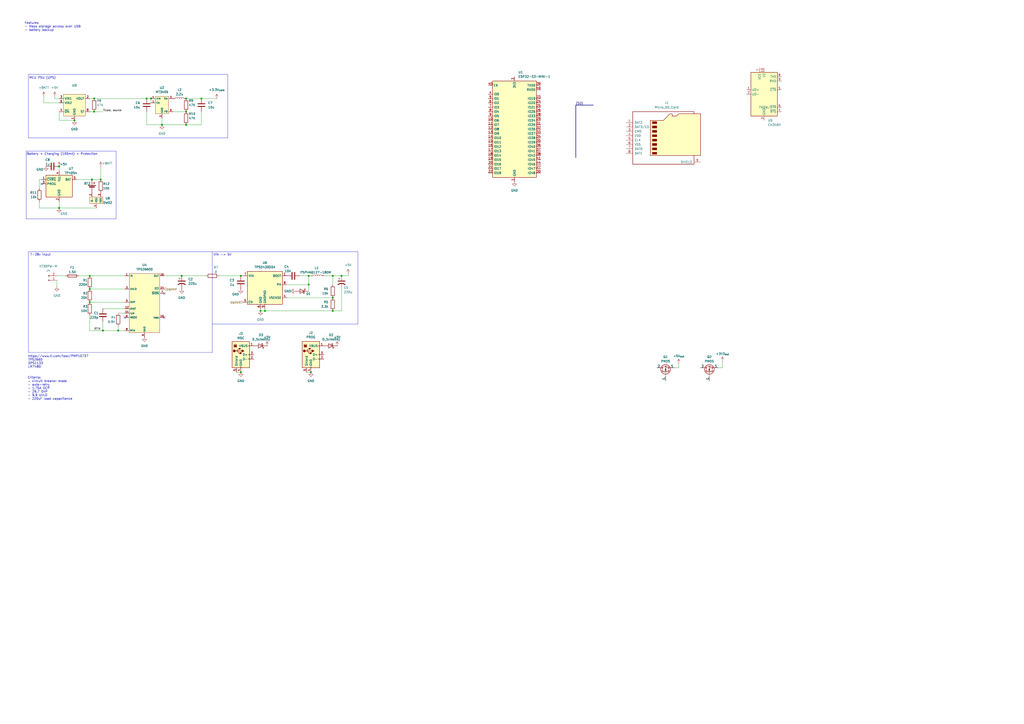
<source format=kicad_sch>
(kicad_sch (version 20231120) (generator "eeschema") (generator_version "8.0")
  (paper "A2")
  (lib_symbols
    (symbol "Battery_Management:LTC4054ES5-4.2"
      (property "Reference" "U7" (at 6.858 8.89 0))
      (property "Value" "TP4054" (at 6.858 6.35 0))
      (symbol "LTC4054ES5-4.2_0_1"
        (rectangle (start -7.62 5.08) (end 7.62 -7.62) (stroke (width 0.254)) (fill (type background)))
      )
      (symbol "LTC4054ES5-4.2_1_1"
        (pin open_collector line (at -10.16 2.54 0) (length 2.54) (name "~{CHRG}") (number "1"))
        (pin power_in line (at 0 -10.16 90) (length 2.54) (name "GND") (number "2"))
        (pin power_out line (at 10.16 2.54 180) (length 2.54) (name "BAT") (number "3"))
        (pin power_in line (at 0 7.62 270) (length 2.54) (name "V_{CC}") (number "4"))
        (pin bidirectional line (at -10.16 0 0) (length 2.54) (name "PROG") (number "5"))
      )
    )
    (symbol "Connector:Conn_01x02_Pin" (pin_names (offset 1.016) hide)
      (property "Reference" "J" (at 0 2.54 0))
      (property "Value" "Conn_01x02_Pin" (at 0 -5.08 0))
      (symbol "Conn_01x02_Pin_1_1"
        (polyline (pts (xy 1.27 -2.54) (xy 0.8636 -2.54)) (stroke (width 0.1524)))
        (polyline (pts (xy 1.27 0) (xy 0.8636 0)) (stroke (width 0.1524)))
        (rectangle (start 0.8636 -2.413) (end 0 -2.667) (stroke (width 0.1524)) (fill (type outline)))
        (rectangle (start 0.8636 0.127) (end 0 -0.127) (stroke (width 0.1524)) (fill (type outline)))
        (pin passive line (at 5.08 0 180) (length 3.81) (name "Pin_1") (number "1"))
        (pin passive line (at 5.08 -2.54 180) (length 3.81) (name "Pin_2") (number "2"))
      )
    )
    (symbol "Connector:Micro_SD_Card" (pin_names (offset 1.016))
      (property "Reference" "J" (at -16.51 15.24 0))
      (property "Value" "Micro_SD_Card" (at 16.51 15.24 0))
      (symbol "Micro_SD_Card_0_1"
        (rectangle (start -7.62 -9.525) (end -5.08 -10.795) (fill (type outline)))
        (rectangle (start -7.62 -6.985) (end -5.08 -8.255) (fill (type outline)))
        (rectangle (start -7.62 -4.445) (end -5.08 -5.715) (fill (type outline)))
        (rectangle (start -7.62 -1.905) (end -5.08 -3.175) (fill (type outline)))
        (rectangle (start -7.62 0.635) (end -5.08 -0.635) (fill (type outline)))
        (rectangle (start -7.62 3.175) (end -5.08 1.905) (fill (type outline)))
        (rectangle (start -7.62 5.715) (end -5.08 4.445) (fill (type outline)))
        (rectangle (start -7.62 8.255) (end -5.08 6.985) (fill (type outline)))
        (polyline (pts (xy 16.51 12.7) (xy 16.51 13.97) (xy -19.05 13.97) (xy -19.05 -16.51) (xy 16.51 -16.51) (xy 16.51 -11.43)) (stroke (width 0.254)))
        (polyline (pts (xy -8.89 -11.43) (xy -8.89 8.89) (xy -1.27 8.89) (xy 2.54 12.7) (xy 3.81 12.7) (xy 3.81 11.43) (xy 6.35 11.43) (xy 7.62 12.7) (xy 20.32 12.7) (xy 20.32 -11.43) (xy -8.89 -11.43)) (stroke (width 0.254)) (fill (type background)))
      )
      (symbol "Micro_SD_Card_1_1"
        (pin bidirectional line (at -22.86 7.62 0) (length 3.81) (name "DAT2") (number "1"))
        (pin bidirectional line (at -22.86 5.08 0) (length 3.81) (name "DAT3/CD") (number "2"))
        (pin input line (at -22.86 2.54 0) (length 3.81) (name "CMD") (number "3"))
        (pin power_in line (at -22.86 0 0) (length 3.81) (name "VDD") (number "4"))
        (pin input line (at -22.86 -2.54 0) (length 3.81) (name "CLK") (number "5"))
        (pin power_in line (at -22.86 -5.08 0) (length 3.81) (name "VSS") (number "6"))
        (pin bidirectional line (at -22.86 -7.62 0) (length 3.81) (name "DAT0") (number "7"))
        (pin bidirectional line (at -22.86 -10.16 0) (length 3.81) (name "DAT1") (number "8"))
        (pin passive line (at 20.32 -15.24 180) (length 3.81) (name "SHIELD") (number "9"))
      )
    )
    (symbol "Connector:USB_B" (pin_names (offset 1.016))
      (property "Reference" "J" (at -5.08 11.43 0))
      (property "Value" "USB_B" (at -5.08 8.89 0))
      (symbol "USB_B_0_1"
        (rectangle (start -5.08 -7.62) (end 5.08 7.62) (stroke (width 0.254)) (fill (type background)))
        (circle (center -3.81 2.159) (radius 0.635) (stroke (width 0.254)) (fill (type outline)))
        (rectangle (start -3.81 5.588) (end -2.54 4.572) (fill (type outline)))
        (circle (center -0.635 3.429) (radius 0.381) (stroke (width 0.254)) (fill (type outline)))
        (rectangle (start -0.127 -7.62) (end 0.127 -6.858))
        (polyline (pts (xy -1.905 2.159) (xy 0.635 2.159)) (stroke (width 0.254)))
        (polyline (pts (xy -3.175 2.159) (xy -2.54 2.159) (xy -1.27 3.429) (xy -0.635 3.429)) (stroke (width 0.254)))
        (polyline (pts (xy -2.54 2.159) (xy -1.905 2.159) (xy -1.27 0.889) (xy 0 0.889)) (stroke (width 0.254)))
        (polyline (pts (xy 0.635 2.794) (xy 0.635 1.524) (xy 1.905 2.159) (xy 0.635 2.794)) (stroke (width 0.254)) (fill (type outline)))
        (polyline (pts (xy -4.064 4.318) (xy -2.286 4.318) (xy -2.286 5.715) (xy -2.667 6.096) (xy -3.683 6.096) (xy -4.064 5.715) (xy -4.064 4.318)))
        (rectangle (start 0.254 1.27) (end -0.508 0.508) (stroke (width 0.254)) (fill (type outline)))
        (rectangle (start 5.08 -2.667) (end 4.318 -2.413))
        (rectangle (start 5.08 -0.127) (end 4.318 0.127))
        (rectangle (start 5.08 4.953) (end 4.318 5.207))
      )
      (symbol "USB_B_1_1"
        (pin power_out line (at 7.62 5.08 180) (length 2.54) (name "VBUS") (number "1"))
        (pin bidirectional line (at 7.62 -2.54 180) (length 2.54) (name "D-") (number "2"))
        (pin bidirectional line (at 7.62 0 180) (length 2.54) (name "D+") (number "3"))
        (pin power_out line (at 0 -10.16 90) (length 2.54) (name "GND") (number "4"))
        (pin passive line (at -2.54 -10.16 90) (length 2.54) (name "Shield") (number "5"))
      )
    )
    (symbol "Device:Battery_Cell" (pin_numbers hide) (pin_names (offset 0) hide)
      (property "Reference" "BT" (at 2.54 2.54 0))
      (property "Value" "Battery_Cell" (at 2.54 0 0))
      (symbol "Battery_Cell_0_1"
        (rectangle (start -2.286 1.778) (end 2.286 1.524) (fill (type outline)))
        (rectangle (start -1.524 1.016) (end 1.524 0.508) (fill (type outline)))
        (polyline (pts (xy 0 0.762) (xy 0 0)))
        (polyline (pts (xy 0 1.778) (xy 0 2.54)))
        (polyline (pts (xy 0.762 3.048) (xy 1.778 3.048)) (stroke (width 0.254)))
        (polyline (pts (xy 1.27 3.556) (xy 1.27 2.54)) (stroke (width 0.254)))
      )
      (symbol "Battery_Cell_1_1"
        (pin passive line (at 0 5.08 270) (length 2.54) (name "+") (number "1"))
        (pin passive line (at 0 -2.54 90) (length 2.54) (name "-") (number "2"))
      )
    )
    (symbol "Device:C" (pin_numbers hide) (pin_names (offset 0.254))
      (property "Reference" "C" (at 0.635 2.54 0))
      (property "Value" "C" (at 0.635 -2.54 0))
      (symbol "C_0_1"
        (polyline (pts (xy -2.032 -0.762) (xy 2.032 -0.762)) (stroke (width 0.508)))
        (polyline (pts (xy -2.032 0.762) (xy 2.032 0.762)) (stroke (width 0.508)))
      )
      (symbol "C_1_1"
        (pin passive line (at 0 3.81 270) (length 2.794) (name "~") (number "1"))
        (pin passive line (at 0 -3.81 90) (length 2.794) (name "~") (number "2"))
      )
    )
    (symbol "Device:C_Polarized_US" (pin_numbers hide) (pin_names (offset 0.254) hide)
      (property "Reference" "C" (at 0.635 2.54 0))
      (property "Value" "C_Polarized_US" (at 0.635 -2.54 0))
      (symbol "C_Polarized_US_0_1"
        (polyline (pts (xy -2.032 0.762) (xy 2.032 0.762)) (stroke (width 0.508)))
        (polyline (pts (xy -1.778 2.286) (xy -0.762 2.286)))
        (polyline (pts (xy -1.27 1.778) (xy -1.27 2.794)))
        (arc (start 2.032 -1.27) (mid 0 -0.5572) (end -2.032 -1.27) (stroke (width 0.508)))
      )
      (symbol "C_Polarized_US_1_1"
        (pin passive line (at 0 3.81 270) (length 2.794) (name "~") (number "1"))
        (pin passive line (at 0 -3.81 90) (length 3.302) (name "~") (number "2"))
      )
    )
    (symbol "Device:D_Schottky" (pin_numbers hide) (pin_names (offset 1.016) hide)
      (property "Reference" "D" (at 0 2.54 0))
      (property "Value" "D_Schottky" (at 0 -2.54 0))
      (symbol "D_Schottky_0_1"
        (polyline (pts (xy 1.27 0) (xy -1.27 0)))
        (polyline (pts (xy 1.27 1.27) (xy 1.27 -1.27) (xy -1.27 0) (xy 1.27 1.27)) (stroke (width 0.254)))
        (polyline (pts (xy -1.905 0.635) (xy -1.905 1.27) (xy -1.27 1.27) (xy -1.27 -1.27) (xy -0.635 -1.27) (xy -0.635 -0.635)) (stroke (width 0.254)))
      )
      (symbol "D_Schottky_1_1"
        (pin passive line (at -3.81 0 0) (length 2.54) (name "K") (number "1"))
        (pin passive line (at 3.81 0 180) (length 2.54) (name "A") (number "2"))
      )
    )
    (symbol "Device:Fuse" (pin_numbers hide) (pin_names (offset 0))
      (property "Reference" "F" (at 2.032 0 90))
      (property "Value" "Fuse" (at -1.905 0 90))
      (symbol "Fuse_0_1"
        (rectangle (start -0.762 -2.54) (end 0.762 2.54) (stroke (width 0.254)))
        (polyline (pts (xy 0 2.54) (xy 0 -2.54)))
      )
      (symbol "Fuse_1_1"
        (pin passive line (at 0 3.81 270) (length 1.27) (name "~") (number "1"))
        (pin passive line (at 0 -3.81 90) (length 1.27) (name "~") (number "2"))
      )
    )
    (symbol "Device:L" (pin_numbers hide) (pin_names (offset 1.016) hide)
      (property "Reference" "L" (at -1.27 0 90))
      (property "Value" "L" (at 1.905 0 90))
      (symbol "L_0_1"
        (arc (start 0 -2.54) (mid 0.6323 -1.905) (end 0 -1.27))
        (arc (start 0 -1.27) (mid 0.6323 -0.635) (end 0 0))
        (arc (start 0 0) (mid 0.6323 0.635) (end 0 1.27))
        (arc (start 0 1.27) (mid 0.6323 1.905) (end 0 2.54))
      )
      (symbol "L_1_1"
        (pin passive line (at 0 3.81 270) (length 1.27) (name "1") (number "1"))
        (pin passive line (at 0 -3.81 90) (length 1.27) (name "2") (number "2"))
      )
    )
    (symbol "Device:R" (pin_numbers hide) (pin_names (offset 0))
      (property "Reference" "R" (at 2.032 0 90))
      (property "Value" "R" (at 0 0 90))
      (symbol "R_0_1"
        (rectangle (start -1.016 -2.54) (end 1.016 2.54) (stroke (width 0.254)))
      )
      (symbol "R_1_1"
        (pin passive line (at 0 3.81 270) (length 1.27) (name "~") (number "1"))
        (pin passive line (at 0 -3.81 90) (length 1.27) (name "~") (number "2"))
      )
    )
    (symbol "Interface_USB:CH340X"
      (property "Reference" "U" (at -5.08 13.97 0))
      (property "Value" "CH340X" (at 1.27 13.97 0))
      (symbol "CH340X_0_1"
        (rectangle (start -7.62 12.7) (end 7.62 -12.7) (stroke (width 0.254)) (fill (type background)))
      )
      (symbol "CH340X_1_1"
        (pin bidirectional line (at -10.16 2.54 0) (length 2.54) (name "UD+") (number "1"))
        (pin power_out line (at 0 15.24 270) (length 2.54) (name "V3") (number "10"))
        (pin bidirectional line (at -10.16 0 0) (length 2.54) (name "UD-") (number "2"))
        (pin power_in line (at 0 -15.24 90) (length 2.54) (name "GND") (number "3"))
        (pin output line (at 10.16 -10.16 180) (length 2.54) (name "~{RTS}") (number "4"))
        (pin input line (at 10.16 2.54 180) (length 2.54) (name "~{CTS}") (number "5"))
        (pin output line (at 10.16 -7.62 180) (length 2.54) (name "TNOW/~{DTR}") (number "6"))
        (pin power_in line (at -2.54 15.24 270) (length 2.54) (name "VCC") (number "7"))
        (pin output line (at 10.16 10.16 180) (length 2.54) (name "TXD") (number "8"))
        (pin input line (at 10.16 7.62 180) (length 2.54) (name "RXD") (number "9"))
      )
    )
    (symbol "RF_Module:ESP32-S3-MINI-1"
      (property "Reference" "U" (at -11.43 29.21 0))
      (property "Value" "ESP32-S3-MINI-1" (at 12.7 29.21 0))
      (symbol "ESP32-S3-MINI-1_0_1"
        (rectangle (start -12.7 27.94) (end 12.7 -27.94) (stroke (width 0.254)) (fill (type background)))
      )
      (symbol "ESP32-S3-MINI-1_1_1"
        (pin power_in line (at 0 -30.48 90) (length 2.54) (name "GND") (number "1"))
        (pin bidirectional line (at -15.24 5.08 0) (length 2.54) (name "IO6") (number "10"))
        (pin bidirectional line (at -15.24 2.54 0) (length 2.54) (name "IO7") (number "11"))
        (pin bidirectional line (at -15.24 0 0) (length 2.54) (name "IO8") (number "12"))
        (pin bidirectional line (at -15.24 -2.54 0) (length 2.54) (name "IO9") (number "13"))
        (pin bidirectional line (at -15.24 -5.08 0) (length 2.54) (name "IO10") (number "14"))
        (pin bidirectional line (at -15.24 -7.62 0) (length 2.54) (name "IO11") (number "15"))
        (pin bidirectional line (at -15.24 -10.16 0) (length 2.54) (name "IO12") (number "16"))
        (pin bidirectional line (at -15.24 -12.7 0) (length 2.54) (name "IO13") (number "17"))
        (pin bidirectional line (at -15.24 -15.24 0) (length 2.54) (name "IO14") (number "18"))
        (pin bidirectional line (at -15.24 -17.78 0) (length 2.54) (name "IO15") (number "19"))
        (pin passive line (at 0 -30.48 90) (length 2.54) hide (name "GND") (number "2"))
        (pin bidirectional line (at -15.24 -20.32 0) (length 2.54) (name "IO16") (number "20"))
        (pin bidirectional line (at -15.24 -22.86 0) (length 2.54) (name "IO17") (number "21"))
        (pin bidirectional line (at -15.24 -25.4 0) (length 2.54) (name "IO18") (number "22"))
        (pin bidirectional line (at 15.24 17.78 180) (length 2.54) (name "IO19") (number "23"))
        (pin bidirectional line (at 15.24 15.24 180) (length 2.54) (name "IO20") (number "24"))
        (pin bidirectional line (at 15.24 12.7 180) (length 2.54) (name "IO21") (number "25"))
        (pin bidirectional line (at 15.24 10.16 180) (length 2.54) (name "IO26") (number "26"))
        (pin bidirectional line (at 15.24 -22.86 180) (length 2.54) (name "IO47") (number "27"))
        (pin bidirectional line (at 15.24 7.62 180) (length 2.54) (name "IO33") (number "28"))
        (pin bidirectional line (at 15.24 5.08 180) (length 2.54) (name "IO34") (number "29"))
        (pin power_in line (at 0 30.48 270) (length 2.54) (name "3V3") (number "3"))
        (pin bidirectional line (at 15.24 -25.4 180) (length 2.54) (name "IO48") (number "30"))
        (pin bidirectional line (at 15.24 2.54 180) (length 2.54) (name "IO35") (number "31"))
        (pin bidirectional line (at 15.24 0 180) (length 2.54) (name "IO36") (number "32"))
        (pin bidirectional line (at 15.24 -2.54 180) (length 2.54) (name "IO37") (number "33"))
        (pin bidirectional line (at 15.24 -5.08 180) (length 2.54) (name "IO38") (number "34"))
        (pin bidirectional line (at 15.24 -7.62 180) (length 2.54) (name "IO39") (number "35"))
        (pin bidirectional line (at 15.24 -10.16 180) (length 2.54) (name "IO40") (number "36"))
        (pin bidirectional line (at 15.24 -12.7 180) (length 2.54) (name "IO41") (number "37"))
        (pin bidirectional line (at 15.24 -15.24 180) (length 2.54) (name "IO42") (number "38"))
        (pin bidirectional line (at 15.24 25.4 180) (length 2.54) (name "TXD0") (number "39"))
        (pin bidirectional line (at -15.24 20.32 0) (length 2.54) (name "IO0") (number "4"))
        (pin bidirectional line (at 15.24 22.86 180) (length 2.54) (name "RXD0") (number "40"))
        (pin bidirectional line (at 15.24 -17.78 180) (length 2.54) (name "IO45") (number "41"))
        (pin passive line (at 0 -30.48 90) (length 2.54) hide (name "GND") (number "42"))
        (pin passive line (at 0 -30.48 90) (length 2.54) hide (name "GND") (number "43"))
        (pin bidirectional line (at 15.24 -20.32 180) (length 2.54) (name "IO46") (number "44"))
        (pin input line (at -15.24 25.4 0) (length 2.54) (name "EN") (number "45"))
        (pin passive line (at 0 -30.48 90) (length 2.54) hide (name "GND") (number "46"))
        (pin passive line (at 0 -30.48 90) (length 2.54) hide (name "GND") (number "47"))
        (pin passive line (at 0 -30.48 90) (length 2.54) hide (name "GND") (number "48"))
        (pin passive line (at 0 -30.48 90) (length 2.54) hide (name "GND") (number "49"))
        (pin bidirectional line (at -15.24 17.78 0) (length 2.54) (name "IO1") (number "5"))
        (pin passive line (at 0 -30.48 90) (length 2.54) hide (name "GND") (number "50"))
        (pin passive line (at 0 -30.48 90) (length 2.54) hide (name "GND") (number "51"))
        (pin passive line (at 0 -30.48 90) (length 2.54) hide (name "GND") (number "52"))
        (pin passive line (at 0 -30.48 90) (length 2.54) hide (name "GND") (number "53"))
        (pin passive line (at 0 -30.48 90) (length 2.54) hide (name "GND") (number "54"))
        (pin passive line (at 0 -30.48 90) (length 2.54) hide (name "GND") (number "55"))
        (pin passive line (at 0 -30.48 90) (length 2.54) hide (name "GND") (number "56"))
        (pin passive line (at 0 -30.48 90) (length 2.54) hide (name "GND") (number "57"))
        (pin passive line (at 0 -30.48 90) (length 2.54) hide (name "GND") (number "58"))
        (pin passive line (at 0 -30.48 90) (length 2.54) hide (name "GND") (number "59"))
        (pin bidirectional line (at -15.24 15.24 0) (length 2.54) (name "IO2") (number "6"))
        (pin passive line (at 0 -30.48 90) (length 2.54) hide (name "GND") (number "60"))
        (pin passive line (at 0 -30.48 90) (length 2.54) hide (name "GND") (number "61"))
        (pin passive line (at 0 -30.48 90) (length 2.54) hide (name "GND") (number "62"))
        (pin passive line (at 0 -30.48 90) (length 2.54) hide (name "GND") (number "63"))
        (pin passive line (at 0 -30.48 90) (length 2.54) hide (name "GND") (number "64"))
        (pin passive line (at 0 -30.48 90) (length 2.54) hide (name "GND") (number "65"))
        (pin bidirectional line (at -15.24 12.7 0) (length 2.54) (name "IO3") (number "7"))
        (pin bidirectional line (at -15.24 10.16 0) (length 2.54) (name "IO4") (number "8"))
        (pin bidirectional line (at -15.24 7.62 0) (length 2.54) (name "IO5") (number "9"))
      )
    )
    (symbol "Regulator_Switching:TPS5430DDA"
      (property "Reference" "U6" (at 0 12.7 0))
      (property "Value" "TPS5430DDA" (at 0 10.16 0))
      (symbol "TPS5430DDA_0_1"
        (rectangle (start -10.16 7.62) (end 10.16 -11.43) (stroke (width 0.254)) (fill (type background)))
      )
      (symbol "TPS5430DDA_1_1"
        (pin input line (at 12.7 5.08 180) (length 2.54) (name "BOOT") (number "1"))
        (pin no_connect line (at -10.16 2.54 0) (length 2.54) hide (name "NC") (number "2"))
        (pin no_connect line (at -10.16 -2.54 0) (length 2.54) hide (name "NC") (number "3"))
        (pin input line (at 12.7 -7.62 180) (length 2.54) (name "VSENSE") (number "4"))
        (pin input line (at -12.7 -10.16 0) (length 2.54) (name "EN") (number "5"))
        (pin power_in line (at -2.54 -13.97 90) (length 2.54) (name "GND") (number "6"))
        (pin power_in line (at -12.7 5.08 0) (length 2.54) (name "VIN") (number "7"))
        (pin output line (at 12.7 0 180) (length 2.54) (name "PH") (number "8"))
        (pin power_in line (at 0 -13.97 90) (length 2.54) (name "GNDPAD") (number "9"))
      )
    )
    (symbol "Simulation_SPICE:PMOS" (pin_numbers hide) (pin_names (offset 0))
      (property "Reference" "Q" (at 5.08 1.27 0))
      (property "Value" "PMOS" (at 5.08 -1.27 0))
      (symbol "PMOS_0_1"
        (polyline (pts (xy 0.254 0) (xy -2.54 0)))
        (polyline (pts (xy 0.254 1.905) (xy 0.254 -1.905)) (stroke (width 0.254)))
        (polyline (pts (xy 0.762 -1.27) (xy 0.762 -2.286)) (stroke (width 0.254)))
        (polyline (pts (xy 0.762 0.508) (xy 0.762 -0.508)) (stroke (width 0.254)))
        (polyline (pts (xy 0.762 2.286) (xy 0.762 1.27)) (stroke (width 0.254)))
        (polyline (pts (xy 2.54 2.54) (xy 2.54 1.778)))
        (polyline (pts (xy 2.54 -2.54) (xy 2.54 0) (xy 0.762 0)))
        (polyline (pts (xy 0.762 1.778) (xy 3.302 1.778) (xy 3.302 -1.778) (xy 0.762 -1.778)))
        (polyline (pts (xy 2.286 0) (xy 1.27 0.381) (xy 1.27 -0.381) (xy 2.286 0)) (fill (type outline)))
        (polyline (pts (xy 2.794 -0.508) (xy 2.921 -0.381) (xy 3.683 -0.381) (xy 3.81 -0.254)))
        (polyline (pts (xy 3.302 -0.381) (xy 2.921 0.254) (xy 3.683 0.254) (xy 3.302 -0.381)))
        (circle (center 1.651 0) (radius 2.794) (stroke (width 0.254)))
        (circle (center 2.54 -1.778) (radius 0.254) (fill (type outline)))
        (circle (center 2.54 1.778) (radius 0.254) (fill (type outline)))
      )
      (symbol "PMOS_1_1"
        (pin passive line (at 2.54 5.08 270) (length 2.54) (name "D") (number "1"))
        (pin input line (at -5.08 0 0) (length 2.54) (name "G") (number "2"))
        (pin passive line (at 2.54 -5.08 90) (length 2.54) (name "S") (number "3"))
      )
    )
    (symbol "oas:DW02"
      (property "Reference" "U8" (at 6.604 -0.762 0))
      (property "Value" "DW02" (at 6.604 -3.302 0))
      (symbol "DW02_1_0"
        (pin no_connect line (at 16.51 -11.43 0) (length 2.45) hide (name "NC") (number "1"))
        (pin input line (at -2.54 2.54 270) (length 2.45) (name "B-") (number "2"))
        (pin input line (at 2.54 2.54 270) (length 2.45) (name "VDD") (number "3"))
        (pin input line (at 0 -6.35 90) (length 2.45) (name "VSS") (number "4"))
        (pin input line (at 0 -6.35 90) (length 2.45) hide (name "VSS") (number "5"))
      )
      (symbol "DW02_1_1"
        (rectangle (start -3.81 0) (end 3.81 -3.81) (fill (type background)))
      )
    )
    (symbol "oas:LM66200"
      (property "Reference" "U" (at -0.254 3.302 0))
      (property "Value" "LM66200" (at 0 1.27 0))
      (symbol "LM66200_1_1"
        (rectangle (start -6.35 0) (end 6.35 -12.7) (fill (type background)))
        (pin input line (at 0 -15.24 90) (length 2.54) (name "GND") (number "1"))
        (pin input line (at 8.89 -2.54 180) (length 2.54) (name "VOUT") (number "2"))
        (pin input line (at -8.89 -2.54 0) (length 2.54) (name "VIN1") (number "3"))
        (pin input line (at -8.89 -10.16 0) (length 2.54) (name "~{ON}") (number "4"))
        (pin input line (at 0 -15.24 90) (length 2.54) hide (name "GND") (number "5"))
        (pin input line (at -8.89 -5.08 0) (length 2.54) (name "VIN2") (number "6"))
        (pin input line (at 8.89 -2.54 180) (length 2.54) hide (name "VOUT") (number "7"))
        (pin input line (at 8.89 -10.16 180) (length 2.54) (name "ST") (number "8"))
      )
    )
    (symbol "oas:MT3406"
      (property "Reference" "U" (at 0 3.302 0))
      (property "Value" "MT3406" (at 0 1.27 0))
      (symbol "MT3406_1_0"
        (pin input line (at -6.35 -3.81 0) (length 2.45) (name "EN") (number "1"))
        (pin input line (at 0 -12.7 90) (length 2.45) (name "GND") (number "2"))
        (pin input line (at 6.35 -1.27 180) (length 2.45) (name "SW") (number "3"))
        (pin input line (at -6.35 -1.27 0) (length 2.45) (name "VIN") (number "4"))
        (pin input line (at 6.35 -8.89 180) (length 2.45) (name "FB") (number "5"))
      )
      (symbol "MT3406_1_1"
        (rectangle (start -3.81 0) (end 3.81 -10.16) (fill (type background)))
      )
    )
    (symbol "oas:TPS26601"
      (property "Reference" "U" (at 0 2.794 0))
      (property "Value" "TPS2660x" (at 0 1.016 0))
      (symbol "TPS26601_1_0"
        (pin input line (at -11.43 -1.27 0) (length 2.45) (name "IN") (number "1"))
        (pin input line (at 11.43 -25.4 180) (length 2.45) (name "I_{MON}") (number "10"))
        (pin input line (at -11.43 -22.86 0) (length 2.45) (name "I_{LIM}") (number "11"))
        (pin input line (at -11.43 -20.32 0) (length 2.45) (name "dVdT") (number "12"))
        (pin no_connect line (at 7.62 -52.07 0) (length 2.45) hide (name "NC") (number "13"))
        (pin input line (at 11.43 -8.89 180) (length 2.45) (name "~{FLT}") (number "14"))
        (pin input line (at 11.43 -1.27 180) (length 2.45) hide (name "OUT") (number "15"))
        (pin input line (at 11.43 -1.27 180) (length 2.45) (name "OUT") (number "16"))
        (pin input line (at -11.43 -33.02 0) (length 2.45) hide (name "PAD") (number "17"))
        (pin input line (at -11.43 -1.27 0) (length 2.45) hide (name "IN") (number "2"))
        (pin input line (at -11.43 -8.89 0) (length 2.45) (name "UVLO") (number "3"))
        (pin no_connect line (at 7.62 -49.53 0) (length 2.45) hide (name "NC") (number "4"))
        (pin input line (at -11.43 -16.51 0) (length 2.45) (name "OVP") (number "5"))
        (pin input line (at -11.43 -25.4 0) (length 2.45) (name "MODE") (number "6"))
        (pin input line (at 11.43 -11.43 180) (length 2.45) (name "~{SHDN}") (number "7"))
        (pin input line (at -11.43 -33.02 0) (length 2.45) (name "RTN") (number "8"))
        (pin input line (at 0 -36.83 90) (length 2.45) (name "GND") (number "9"))
      )
      (symbol "TPS26601_1_1"
        (rectangle (start -8.89 0) (end 8.89 -34.29) (fill (type background)))
      )
    )
    (symbol "power:+3.3V" (power) (pin_numbers hide) (pin_names (offset 0) hide)
      (property "Value" "+3.3V" (at 0 3.556 0))
      (symbol "+3.3V_0_1"
        (polyline (pts (xy -0.762 1.27) (xy 0 2.54)))
        (polyline (pts (xy 0 0) (xy 0 2.54)))
        (polyline (pts (xy 0 2.54) (xy 0.762 1.27)))
      )
      (symbol "+3.3V_1_1"
        (pin power_in line (at 0 0 90) (length 0) (name "~") (number "1"))
      )
    )
    (symbol "power:+5V" (power) (pin_numbers hide) (pin_names (offset 0) hide)
      (property "Value" "+5V" (at 0 3.556 0))
      (symbol "+5V_0_1"
        (polyline (pts (xy -0.762 1.27) (xy 0 2.54)))
        (polyline (pts (xy 0 0) (xy 0 2.54)))
        (polyline (pts (xy 0 2.54) (xy 0.762 1.27)))
      )
      (symbol "+5V_1_1"
        (pin power_in line (at 0 0 90) (length 0) (name "~") (number "1"))
      )
    )
    (symbol "power:+5VA" (power) (pin_numbers hide) (pin_names (offset 0) hide)
      (property "Value" "+5VA" (at 0 3.556 0))
      (symbol "+5VA_0_1"
        (polyline (pts (xy -0.762 1.27) (xy 0 2.54)))
        (polyline (pts (xy 0 0) (xy 0 2.54)))
        (polyline (pts (xy 0 2.54) (xy 0.762 1.27)))
      )
      (symbol "+5VA_1_1"
        (pin power_in line (at 0 0 90) (length 0) (name "~") (number "1"))
      )
    )
    (symbol "power:+BATT" (power) (pin_numbers hide) (pin_names (offset 0) hide)
      (property "Value" "+BATT" (at 0 3.556 0))
      (symbol "+BATT_0_1"
        (polyline (pts (xy -0.762 1.27) (xy 0 2.54)))
        (polyline (pts (xy 0 0) (xy 0 2.54)))
        (polyline (pts (xy 0 2.54) (xy 0.762 1.27)))
      )
      (symbol "+BATT_1_1"
        (pin power_in line (at 0 0 90) (length 0) (name "~") (number "1"))
      )
    )
    (symbol "power:GND" (power) (pin_numbers hide) (pin_names (offset 0) hide)
      (property "Value" "GND" (at 0 -3.81 0))
      (symbol "GND_0_1"
        (polyline (pts (xy 0 0) (xy 0 -1.27) (xy 1.27 -1.27) (xy 0 -2.54) (xy -1.27 -1.27) (xy 0 -1.27)))
      )
      (symbol "GND_1_1"
        (pin power_in line (at 0 0 270) (length 0) (name "~") (number "1"))
      )
    )
  )
  (bus_alias "SD" (members "CMD" "CLK" "D0" "D1" "D2" "D3"))
  (junction (at 107.95 72.39))
  (junction (at 54.61 64.77))
  (junction (at 53.34 104.14))
  (junction (at 105.41 160.02))
  (junction (at 58.42 104.14))
  (junction (at 179.07 160.02))
  (junction (at 54.61 57.15))
  (junction (at 34.29 120.65))
  (junction (at 151.13 180.34))
  (junction (at 87.63 57.15))
  (junction (at 193.04 160.02))
  (junction (at 107.95 57.15))
  (junction (at 180.34 215.9))
  (junction (at 193.04 172.72))
  (junction (at 34.29 96.52))
  (junction (at 116.84 57.15))
  (junction (at 85.09 57.15))
  (junction (at 43.18 69.85))
  (junction (at 153.67 180.34))
  (junction (at 139.7 160.02))
  (junction (at 198.12 160.02))
  (junction (at 52.07 160.02))
  (junction (at 107.95 64.77))
  (junction (at 179.07 165.1))
  (junction (at 59.69 191.77))
  (junction (at 93.98 72.39))
  (junction (at 193.04 180.34))
  (junction (at 52.07 175.26))
  (junction (at 139.7 215.9))
  (junction (at 68.58 191.77))
  (junction (at 52.07 167.64))
  (no_connect (at 72.39 184.15))
  (no_connect (at 24.13 106.68))
  (no_connect (at 95.25 170.18))
  (no_connect (at 95.25 184.15))
  (wire (pts (xy 100.33 64.77) (xy 107.95 64.77)))
  (wire (pts (xy 95.25 160.02) (xy 105.41 160.02)))
  (wire (pts (xy 33.02 166.37) (xy 33.02 162.56)))
  (wire (pts (xy 52.07 167.64) (xy 72.39 167.64)))
  (wire (pts (xy 22.86 120.65) (xy 22.86 116.84)))
  (wire (pts (xy 393.7 210.82) (xy 393.7 213.36)))
  (wire (pts (xy 52.07 57.15) (xy 54.61 57.15)))
  (wire (pts (xy 85.09 64.77) (xy 85.09 72.39)))
  (wire (pts (xy 68.58 181.61) (xy 72.39 181.61)))
  (wire (pts (xy 177.8 215.9) (xy 180.34 215.9)))
  (wire (pts (xy 34.29 120.65) (xy 55.88 120.65)))
  (wire (pts (xy 180.34 160.02) (xy 179.07 160.02)))
  (wire (pts (xy 151.13 179.07) (xy 151.13 180.34)))
  (wire (pts (xy 25.4 55.88) (xy 25.4 59.69)))
  (wire (pts (xy 193.04 160.02) (xy 193.04 165.1)))
  (wire (pts (xy 127 160.02) (xy 139.7 160.02)))
  (wire (pts (xy 68.58 189.23) (xy 68.58 191.77)))
  (polyline (pts (xy 16.51 43.18) (xy 16.51 80.01)))
  (wire (pts (xy 68.58 191.77) (xy 72.39 191.77)))
  (bus (pts (xy 334.01 91.44) (xy 334.01 60.96)))
  (wire (pts (xy 33.02 160.02) (xy 38.1 160.02)))
  (wire (pts (xy 34.29 69.85) (xy 43.18 69.85)))
  (polyline (pts (xy 16.51 204.47) (xy 123.19 204.47)))
  (polyline (pts (xy 67.31 127) (xy 67.31 87.63)))
  (wire (pts (xy 52.07 160.02) (xy 72.39 160.02)))
  (polyline (pts (xy 16.51 146.05) (xy 207.645 146.05)))
  (polyline (pts (xy 123.19 187.96) (xy 207.645 187.96)))
  (wire (pts (xy 34.29 96.52) (xy 34.29 99.06)))
  (wire (pts (xy 116.84 72.39) (xy 107.95 72.39)))
  (wire (pts (xy 34.29 120.65) (xy 34.29 116.84)))
  (wire (pts (xy 419.1 213.36) (xy 416.56 213.36)))
  (wire (pts (xy 107.95 57.15) (xy 116.84 57.15)))
  (polyline (pts (xy 15.24 127) (xy 67.31 127)))
  (wire (pts (xy 24.13 104.14) (xy 22.86 104.14)))
  (wire (pts (xy 116.84 64.77) (xy 116.84 72.39)))
  (polyline (pts (xy 123.19 146.05) (xy 123.19 204.47)))
  (wire (pts (xy 151.13 180.34) (xy 153.67 180.34)))
  (wire (pts (xy 187.96 160.02) (xy 193.04 160.02)))
  (wire (pts (xy 105.41 160.02) (xy 119.38 160.02)))
  (wire (pts (xy 59.69 179.07) (xy 72.39 179.07)))
  (polyline (pts (xy 132.08 80.01) (xy 132.08 43.18)))
  (wire (pts (xy 52.07 191.77) (xy 59.69 191.77)))
  (wire (pts (xy 179.07 165.1) (xy 179.07 160.02)))
  (wire (pts (xy 85.09 57.15) (xy 87.63 57.15)))
  (polyline (pts (xy 16.51 43.18) (xy 132.08 43.18)))
  (wire (pts (xy 59.69 186.69) (xy 59.69 191.77)))
  (wire (pts (xy 116.84 57.15) (xy 125.73 57.15)))
  (wire (pts (xy 54.61 64.77) (xy 59.69 64.77)))
  (polyline (pts (xy 16.51 80.01) (xy 132.08 80.01)))
  (wire (pts (xy 137.16 215.9) (xy 139.7 215.9)))
  (wire (pts (xy 393.7 213.36) (xy 391.16 213.36)))
  (wire (pts (xy 201.93 158.75) (xy 201.93 160.02)))
  (wire (pts (xy 198.12 180.34) (xy 193.04 180.34)))
  (wire (pts (xy 52.07 175.26) (xy 72.39 175.26)))
  (wire (pts (xy 25.4 59.69) (xy 34.29 59.69)))
  (wire (pts (xy 153.67 180.34) (xy 193.04 180.34)))
  (wire (pts (xy 52.07 191.77) (xy 52.07 182.88)))
  (polyline (pts (xy 15.24 87.63) (xy 67.31 87.63)))
  (wire (pts (xy 53.34 104.14) (xy 44.45 104.14)))
  (wire (pts (xy 85.09 72.39) (xy 93.98 72.39)))
  (wire (pts (xy 166.37 172.72) (xy 193.04 172.72)))
  (wire (pts (xy 31.75 55.88) (xy 31.75 57.15)))
  (polyline (pts (xy 16.51 146.05) (xy 16.51 204.47)))
  (wire (pts (xy 166.37 165.1) (xy 179.07 165.1)))
  (wire (pts (xy 58.42 96.52) (xy 58.42 104.14)))
  (polyline (pts (xy 207.645 187.96) (xy 207.645 146.05)))
  (wire (pts (xy 54.61 57.15) (xy 85.09 57.15)))
  (wire (pts (xy 419.1 209.55) (xy 419.1 213.36)))
  (wire (pts (xy 34.29 64.77) (xy 34.29 69.85)))
  (wire (pts (xy 193.04 160.02) (xy 198.12 160.02)))
  (wire (pts (xy 179.07 160.02) (xy 173.99 160.02)))
  (wire (pts (xy 31.75 57.15) (xy 34.29 57.15)))
  (bus (pts (xy 334.01 60.96) (xy 344.17 60.96)))
  (wire (pts (xy 153.67 180.34) (xy 153.67 179.07)))
  (wire (pts (xy 179.07 165.1) (xy 179.07 168.91)))
  (wire (pts (xy 87.63 57.15) (xy 87.63 59.69)))
  (wire (pts (xy 22.86 120.65) (xy 34.29 120.65)))
  (wire (pts (xy 45.72 160.02) (xy 52.07 160.02)))
  (wire (pts (xy 52.07 64.77) (xy 54.61 64.77)))
  (wire (pts (xy 53.34 104.14) (xy 58.42 104.14)))
  (wire (pts (xy 93.98 72.39) (xy 93.98 68.58)))
  (wire (pts (xy 22.86 104.14) (xy 22.86 109.22)))
  (wire (pts (xy 93.98 72.39) (xy 107.95 72.39)))
  (wire (pts (xy 59.69 191.77) (xy 68.58 191.77)))
  (wire (pts (xy 198.12 167.64) (xy 198.12 180.34)))
  (polyline (pts (xy 15.24 87.63) (xy 15.24 127)))
  (wire (pts (xy 201.93 160.02) (xy 198.12 160.02)))
  (wire (pts (xy 139.7 160.02) (xy 140.97 160.02)))
  (text "VIN -> 5V\n" (at 129.032 147.828 0) (effects (font (size 1.27 1.27))))
  (text "Criteria:\n- circuit breaker mode\n- auto-retry\n- 1.75A OCP\n- 29.7 OVP\n- 9.9 UVLO\n- 220uF load capacitance" (at 16.002 218.44 0) (effects (font (size 1.27 1.27)) (justify left top)))
  (text "Battery + Charging (100mA) + Protection" (at 15.494 88.646 0) (effects (font (size 1.27 1.27)) (justify left top)))
  (text "https://www.ti.com/tool/PMP10737\nTPS2660\nDPS1133 \nLM7480" (at 16.256 205.994 0) (effects (font (size 1.27 1.27)) (justify left top)))
  (text "7-28v input" (at 23.368 147.828 0) (effects (font (size 1.27 1.27))))
  (text "MCU PSU (UPS)" (at 24.638 45.212 0) (effects (font (size 1.27 1.27))))
  (text "Features\n- Mass storage access over USB\n- battery backup\n" (at 14.224 15.494 0) (effects (font (size 1.27 1.27)) (justify left)))
  (label "RTN" (at 54.61 191.77 0))
  (label "{SD}" (at 334.01 60.96 0))
  (label "V_{core, source}" (at 59.69 64.77 0))
  (hierarchical_label "pgood" (shape input) (at 95.25 167.64 0))
  (hierarchical_label "pgood" (shape input) (at 140.97 175.26 180))
  (symbol (lib_id "Battery_Management:LTC4054ES5-4.2") (at 34.29 106.68 0) (unit 1)
    (property "Reference" "U7" (at 41.148 97.79 0))
    (property "Value" "TP4054" (at 41.148 100.33 0))
    (property "Footprint" "Package_TO_SOT_SMD:TSOT-23-5" (effects (hide yes)))
    (property "Datasheet" "https://www.lcsc.com/datasheet/lcsc_datasheet_1809261814_TOPPOWER-Nanjing-Extension-Microelectronics-TP4054-42-SOT25R_C32574.pdf" (effects (hide yes)))
    (property "LCSC" "C32574" (effects (hide yes)))
  )
  (symbol (lib_id "Device:R") (at 193.04 168.91 0) (mirror y) (unit 1)
    (property "Reference" "R6" (at 190.5 167.6399 0) (effects (justify left)))
    (property "Value" "10k" (at 190.5 170.1799 0) (effects (justify left)))
    (property "Footprint" "Resistor_SMD:R_0402_1005Metric" (effects (hide yes)))
    (property "Description" "Resistor" (effects (hide yes)))
  )
  (symbol (lib_id "power:+5V") (at 201.93 158.75 0) (unit 1)
    (property "Reference" "#PWR08" (effects (hide yes)))
    (property "Value" "+5V" (at 201.93 153.67 0))
    (property "Description" "Power symbol creates a global label with name \"+5V\"" (effects (hide yes)))
  )
  (symbol (lib_id "Device:C") (at 139.7 163.83 0) (unit 1)
    (property "Reference" "C3" (at 135.89 162.5599 0) (effects (justify right)))
    (property "Value" "1u" (at 135.89 165.0999 0) (effects (justify right)))
    (property "Footprint" "Capacitor_SMD:C_0402_1005Metric" (effects (hide yes)))
    (property "Description" "Unpolarized capacitor" (effects (hide yes)))
  )
  (symbol (lib_id "power:+5V") (at 195.58 200.66 0) (unit 1)
    (property "Reference" "#PWR09" (effects (hide yes)))
    (property "Value" "+5V" (at 195.58 195.58 0))
    (property "Description" "Power symbol creates a global label with name \"+5V\"" (effects (hide yes)))
  )
  (symbol (lib_id "Connector:USB_B") (at 139.7 205.74 0) (unit 1)
    (property "Reference" "J3" (at 139.7 193.548 0))
    (property "Value" "MSC" (at 139.7 196.088 0))
    (property "Footprint" "Connector_USB:USB_B_OST_USB-B1HSxx_Horizontal" (effects (hide yes)))
    (property "Description" "USB Type B connector" (effects (hide yes)))
  )
  (symbol (lib_id "Connector:USB_B") (at 180.34 205.74 0) (unit 1)
    (property "Reference" "J2" (at 180.34 193.04 0))
    (property "Value" "PROG" (at 180.34 195.58 0))
    (property "Footprint" "Connector_USB:USB_B_OST_USB-B1HSxx_Horizontal" (effects (hide yes)))
    (property "Description" "USB Type B connector" (effects (hide yes)))
  )
  (symbol (lib_id "power:GND") (at 43.18 69.85 0) (unit 1)
    (property "Reference" "#PWR015" (effects (hide yes)))
    (property "Value" "GND" (at 43.18 74.93 0))
    (property "Description" "Power symbol creates a global label with name \"GND\" , ground" (effects (hide yes)))
  )
  (symbol (lib_id "Device:C") (at 85.09 60.96 0) (mirror y) (unit 1)
    (property "Reference" "C6" (at 81.28 59.6899 0) (effects (justify left)))
    (property "Value" "10u" (at 81.28 62.2299 0) (effects (justify left)))
    (property "Footprint" "Capacitor_SMD:C_0805_2012Metric" (effects (hide yes)))
    (property "Description" "Unpolarized capacitor" (effects (hide yes)))
    (property "LCSC" "C15850" (effects (hide yes)))
  )
  (symbol (lib_id "Device:D_Schottky") (at 191.77 200.66 180) (unit 1)
    (property "Reference" "D2" (at 192.0875 194.31 0))
    (property "Value" "D_Schottky" (at 192.0875 196.85 0))
    (property "Description" "Schottky diode" (effects (hide yes)))
  )
  (symbol (lib_id "Device:C") (at 170.18 160.02 90) (unit 1)
    (property "Reference" "C4" (at 164.846 154.686 90) (effects (justify right)))
    (property "Value" "10n" (at 165.1 157.226 90) (effects (justify right)))
    (property "Footprint" "Capacitor_SMD:C_0402_1005Metric" (effects (hide yes)))
    (property "Description" "Unpolarized capacitor" (effects (hide yes)))
  )
  (symbol (lib_id "Device:C") (at 30.48 96.52 270) (mirror x) (unit 1)
    (property "Reference" "C8" (at 28.956 92.71 90) (effects (justify right)))
    (property "Value" "1u" (at 28.956 95.25 90) (effects (justify right)))
    (property "Footprint" "Capacitor_SMD:C_0402_1005Metric" (effects (hide yes)))
    (property "Description" "Unpolarized capacitor" (effects (hide yes)))
  )
  (symbol (lib_id "Connector:Conn_01x02_Pin") (at 27.94 162.56 0) (mirror x) (unit 1)
    (property "Reference" "J4" (at 27.94 156.972 0))
    (property "Value" "XT30PW-M" (at 27.94 154.432 0))
    (property "Footprint" "Connector_AMASS:AMASS_XT30PW-M_1x02_P2.50mm_Horizontal" (effects (hide yes)))
    (property "Description" "Generic connector, single row, 01x02, script generated" (effects (hide yes)))
  )
  (symbol (lib_id "RF_Module:ESP32-S3-MINI-1") (at 298.45 74.93 0) (unit 1)
    (property "Reference" "U1" (at 300.6441 41.91 0) (effects (justify left)))
    (property "Value" "ESP32-S3-MINI-1" (at 300.6441 44.45 0) (effects (justify left)))
    (property "Footprint" "RF_Module:ESP32-S2-MINI-1" (effects (hide yes)))
    (property "Datasheet" "https://www.espressif.com/sites/default/files/documentation/esp32-s3-mini-1_mini-1u_datasheet_en.pdf" (effects (hide yes)))
    (property "Description" "RF Module, ESP32-S3 SoC, Wi-Fi 802.11b/g/n, Bluetooth, BLE, 32-bit, 3.3V, SMD, onboard antenna" (effects (hide yes)))
  )
  (symbol (lib_id "power:GND") (at 139.7 167.64 0) (unit 1)
    (property "Reference" "#PWR05" (effects (hide yes)))
    (property "Value" "GND" (at 136.652 170.688 0))
    (property "Description" "Power symbol creates a global label with name \"GND\" , ground" (effects (hide yes)))
  )
  (symbol (lib_id "power:GND") (at 33.02 166.37 0) (unit 1)
    (property "Reference" "#PWR02" (effects (hide yes)))
    (property "Value" "GND" (at 33.02 171.45 0))
    (property "Description" "Power symbol creates a global label with name \"GND\" , ground" (effects (hide yes)))
  )
  (symbol (lib_id "Regulator_Switching:TPS5430DDA") (at 153.67 165.1 0) (unit 1)
    (property "Reference" "U6" (at 153.67 152.4 0))
    (property "Value" "TPS5430DDA" (at 153.67 154.94 0))
    (property "Footprint" "Package_SO:TI_SO-PowerPAD-8_ThermalVias" (effects (hide yes)))
    (property "Datasheet" "http://www.ti.com/lit/ds/symlink/tps5430.pdf" (effects (hide yes)))
    (property "Description" "3A, Step Down Swift Converter, Adjustable Output Voltage, 5.5-36V Input Voltage, PowerSO-8" (effects (hide yes)))
    (property "LCSC" "C9864" (effects (hide yes)))
  )
  (symbol (lib_id "power:+5V") (at 31.75 55.88 0) (unit 1)
    (property "Reference" "#PWR018" (effects (hide yes)))
    (property "Value" "+5V" (at 31.75 50.8 0))
    (property "Description" "Power symbol creates a global label with name \"+5V\"" (effects (hide yes)))
  )
  (symbol (lib_id "power:+5VA") (at 393.7 210.82 0) (unit 1)
    (property "Reference" "#PWR011" (effects (hide yes)))
    (property "Value" "+5V_{out}" (at 393.7 206.502 0))
    (property "Description" "Power symbol creates a global label with name \"+5VA\"" (effects (hide yes)))
  )
  (symbol (lib_id "oas:LM66200") (at 43.18 54.61 0) (unit 1)
    (property "Reference" "U3" (at 43.18 49.53 0))
    (property "Value" "LM66200" (effects (hide yes)))
    (property "Footprint" "Package_TO_SOT_SMD:SOT-583-8" (effects (hide yes)))
    (property "Datasheet" "https://www.ti.com/lit/ds/symlink/lm66200.pdf" (effects (hide yes)))
  )
  (symbol (lib_id "power:+5VA") (at 419.1 209.55 0) (unit 1)
    (property "Reference" "#PWR012" (effects (hide yes)))
    (property "Value" "+3V3_{out}" (at 419.1 205.232 0))
    (property "Description" "Power symbol creates a global label with name \"+5VA\"" (effects (hide yes)))
  )
  (symbol (lib_id "Device:D_Schottky") (at 175.26 168.91 0) (mirror y) (unit 1)
    (property "Reference" "D1" (at 177.546 170.434 0) (effects (justify right)))
    (property "Value" "D_Schottky" (effects (hide yes)))
    (property "Footprint" "Diode_SMD:D_SMA" (effects (hide yes)))
    (property "Datasheet" "https://wmsc.lcsc.com/wmsc/upload/file/pdf/v2/lcsc/2308281515_hongjiacheng-SS54_C7420369.pdf" (effects (hide yes)))
    (property "Description" "Schottky diode" (effects (hide yes)))
    (property "LCSC" "C7420369" (effects (hide yes)))
  )
  (symbol (lib_id "power:+BATT") (at 58.42 96.52 0) (unit 1)
    (property "Reference" "#PWR023" (effects (hide yes)))
    (property "Value" "+BATT" (at 62.23 94.742 0))
    (property "Description" "Power symbol creates a global label with name \"+BATT\"" (effects (hide yes)))
  )
  (symbol (lib_id "Device:C") (at 59.69 182.88 0) (unit 1)
    (property "Reference" "C1" (at 57.15 181.61 0) (effects (justify right)))
    (property "Value" "220p" (at 57.15 184.15 0) (effects (justify right)))
    (property "Footprint" "Capacitor_SMD:C_0402_1005Metric" (effects (hide yes)))
    (property "Description" "Unpolarized capacitor" (effects (hide yes)))
  )
  (symbol (lib_id "Device:D_Schottky") (at 151.13 200.66 180) (unit 1)
    (property "Reference" "D3" (at 151.4475 194.31 0))
    (property "Value" "D_Schottky" (at 151.4475 196.85 0))
    (property "Description" "Schottky diode" (effects (hide yes)))
  )
  (symbol (lib_id "power:+5V") (at 154.94 200.66 0) (unit 1)
    (property "Reference" "#PWR010" (effects (hide yes)))
    (property "Value" "+5V" (at 154.94 195.58 0))
    (property "Description" "Power symbol creates a global label with name \"+5V\"" (effects (hide yes)))
  )
  (symbol (lib_id "oas:TPS26601") (at 83.82 158.75 0) (unit 1)
    (property "Reference" "U4" (at 83.82 153.67 0))
    (property "Value" "TPS26600" (at 83.82 156.21 0))
    (property "Footprint" "Package_SO:HTSSOP-16-1EP_4.4x5mm_P0.65mm_EP3.4x5mm_Mask2.46x2.31mm_ThermalVias" (effects (hide yes)))
    (property "Datasheet" "https://www.ti.com/lit/ds/symlink/tps2660.pdf?ts=1727760002500&ref_url=https%253A%252F%252Fwww.ti.com%252Fproduct%252FTPS2660" (effects (hide yes)))
  )
  (symbol (lib_id "Device:R") (at 52.07 171.45 0) (unit 1)
    (property "Reference" "R2" (at 50.8 170.18 0) (effects (justify right)))
    (property "Value" "20K" (at 50.8 172.72 0) (effects (justify right)))
    (property "Footprint" "Resistor_SMD:R_0402_1005Metric" (effects (hide yes)))
    (property "Description" "Resistor" (effects (hide yes)))
  )
  (symbol (lib_id "Connector:Micro_SD_Card") (at 386.08 78.74 0) (unit 1)
    (property "Reference" "J1" (at 386.715 59.69 0))
    (property "Value" "Micro_SD_Card" (at 386.715 62.23 0))
    (property "Footprint" "Connector_Card:microSD_HC_Hirose_DM3AT-SF-PEJM5" (effects (hide yes)))
    (property "Datasheet" "http://katalog.we-online.de/em/datasheet/693072010801.pdf" (effects (hide yes)))
    (property "Description" "Micro SD Card Socket" (effects (hide yes)))
    (property "LCSC" "C114218" (effects (hide yes)))
  )
  (symbol (lib_id "power:GND") (at 34.29 120.65 0) (unit 1)
    (property "Reference" "#PWR020" (effects (hide yes)))
    (property "Value" "GND" (at 37.084 123.952 0))
    (property "Description" "Power symbol creates a global label with name \"GND\" , ground" (effects (hide yes)))
  )
  (symbol (lib_id "Device:R") (at 52.07 163.83 0) (unit 1)
    (property "Reference" "R1" (at 50.8 162.56 0) (effects (justify right)))
    (property "Value" "220K" (at 50.8 165.1 0) (effects (justify right)))
    (property "Footprint" "Resistor_SMD:R_0402_1005Metric" (effects (hide yes)))
    (property "Description" "Resistor" (effects (hide yes)))
  )
  (symbol (lib_id "Device:R") (at 68.58 185.42 0) (unit 1)
    (property "Reference" "R4" (at 67.056 184.15 0) (effects (justify right)))
    (property "Value" "6.8K" (at 67.056 186.6899 0) (effects (justify right)))
    (property "Footprint" "Resistor_SMD:R_0402_1005Metric" (effects (hide yes)))
    (property "Description" "Resistor" (effects (hide yes)))
  )
  (symbol (lib_id "power:+5V") (at 34.29 96.52 0) (unit 1)
    (property "Reference" "#PWR021" (effects (hide yes)))
    (property "Value" "+5V" (at 36.83 95.25 0))
    (property "Description" "Power symbol creates a global label with name \"+5V\"" (effects (hide yes)))
  )
  (symbol (lib_id "Device:R") (at 193.04 176.53 0) (mirror y) (unit 1)
    (property "Reference" "R5" (at 190.5 175.2599 0) (effects (justify left)))
    (property "Value" "3.3k" (at 190.5 177.7999 0) (effects (justify left)))
    (property "Footprint" "Resistor_SMD:R_0402_1005Metric" (effects (hide yes)))
    (property "Description" "Resistor" (effects (hide yes)))
    (property "LCSC" "C25890" (effects (hide yes)))
  )
  (symbol (lib_id "power:GND") (at 151.13 180.34 0) (unit 1)
    (property "Reference" "#PWR07" (effects (hide yes)))
    (property "Value" "GND" (at 151.13 185.42 0))
    (property "Description" "Power symbol creates a global label with name \"GND\" , ground" (effects (hide yes)))
  )
  (symbol (lib_id "Interface_USB:CH340X") (at 443.23 54.61 0) (unit 1)
    (property "Reference" "U5" (at 445.4241 69.85 0) (effects (justify left)))
    (property "Value" "CH340X" (at 445.4241 72.39 0) (effects (justify left)))
    (property "Footprint" "Package_SO:MSOP-10_3x3mm_P0.5mm" (effects (hide yes)))
    (property "Datasheet" "https://cdn.sparkfun.com/assets/5/0/a/8/5/CH340DS1.PDF" (effects (hide yes)))
    (property "Description" "USB serial converter, 5V-tolerant IO, UART, MSOP-10" (effects (hide yes)))
  )
  (symbol (lib_id "Device:R") (at 22.86 113.03 0) (unit 1)
    (property "Reference" "R11" (at 21.336 111.76 0) (effects (justify right)))
    (property "Value" "10k" (at 21.336 114.3 0) (effects (justify right)))
    (property "Footprint" "Resistor_SMD:R_0402_1005Metric" (effects (hide yes)))
    (property "Description" "Resistor" (effects (hide yes)))
  )
  (symbol (lib_id "Simulation_SPICE:PMOS") (at 386.08 215.9 90) (unit 1)
    (property "Reference" "Q1" (at 386.08 207.01 90))
    (property "Value" "PMOS" (at 386.08 209.55 90))
    (property "Datasheet" "https://ngspice.sourceforge.io/docs/ngspice-html-manual/manual.xhtml#cha_MOSFETs" (effects (hide yes)))
    (property "Description" "P-MOSFET transistor, drain/source/gate" (effects (hide yes)))
    (property "Sim.Device" "PMOS" (effects (hide yes)))
    (property "Sim.Type" "VDMOS" (effects (hide yes)))
    (property "Sim.Pins" "1=D 2=G 3=S" (effects (hide yes)))
  )
  (symbol (lib_id "Simulation_SPICE:PMOS") (at 411.48 215.9 90) (unit 1)
    (property "Reference" "Q2" (at 411.48 207.01 90))
    (property "Value" "PMOS" (at 411.48 209.55 90))
    (property "Datasheet" "https://ngspice.sourceforge.io/docs/ngspice-html-manual/manual.xhtml#cha_MOSFETs" (effects (hide yes)))
    (property "Description" "P-MOSFET transistor, drain/source/gate" (effects (hide yes)))
    (property "Sim.Device" "PMOS" (effects (hide yes)))
    (property "Sim.Type" "VDMOS" (effects (hide yes)))
    (property "Sim.Pins" "1=D 2=G 3=S" (effects (hide yes)))
  )
  (symbol (lib_id "oas:DW02") (at 55.88 114.3 0) (unit 1)
    (property "Reference" "U8" (at 62.484 115.062 0))
    (property "Value" "DW02" (at 62.484 117.602 0))
    (property "Footprint" "Package_TO_SOT_SMD:SOT-23-5" (effects (hide yes)))
    (property "Datasheet" "https://wmsc.lcsc.com/wmsc/upload/file/pdf/v2/lcsc/2306121742_Shenzhen-Fuman-Elec-DW02RA-_C7420470.pdf" (effects (hide yes)))
    (property "LCSC" "C7420470" (effects (hide yes)))
  )
  (symbol (lib_id "power:GND") (at 105.41 167.64 0) (unit 1)
    (property "Reference" "#PWR03" (effects (hide yes)))
    (property "Value" "GND" (at 105.41 172.72 0))
    (property "Description" "Power symbol creates a global label with name \"GND\" , ground" (effects (hide yes)))
  )
  (symbol (lib_id "Device:R") (at 107.95 68.58 0) (unit 1)
    (property "Reference" "R10" (at 109.474 66.04 0) (effects (justify left)))
    (property "Value" "47K" (at 109.474 68.58 0) (effects (justify left)))
    (property "Footprint" "Resistor_SMD:R_0402_1005Metric" (effects (hide yes)))
    (property "Description" "Resistor" (effects (hide yes)))
  )
  (symbol (lib_id "power:+3.3V") (at 125.73 57.15 0) (unit 1)
    (property "Reference" "#PWR016" (effects (hide yes)))
    (property "Value" "+3.3V_{core}" (at 125.73 52.07 0))
    (property "Description" "Power symbol creates a global label with name \"+3.3V\"" (effects (hide yes)))
  )
  (symbol (lib_id "power:GND") (at 26.67 96.52 0) (unit 1)
    (property "Reference" "#PWR022" (effects (hide yes)))
    (property "Value" "GND" (at 23.114 98.298 0))
    (property "Description" "Power symbol creates a global label with name \"GND\" , ground" (effects (hide yes)))
  )
  (symbol (lib_id "power:GND") (at 180.34 215.9 0) (unit 1)
    (property "Reference" "#PWR014" (effects (hide yes)))
    (property "Value" "GND" (at 180.34 220.98 0))
    (property "Description" "Power symbol creates a global label with name \"GND\" , ground" (effects (hide yes)))
  )
  (symbol (lib_id "Device:L") (at 184.15 160.02 90) (unit 1)
    (property "Reference" "L1" (at 183.642 155.448 90))
    (property "Value" "PSPHAQ127-180M" (at 183.134 157.988 90))
    (property "Footprint" "Inductor_SMD:L_12x12mm_H8mm" (effects (hide yes)))
    (property "Description" "Inductor" (effects (hide yes)))
    (property "LCSC" "C2983064" (effects (hide yes)))
  )
  (symbol (lib_id "Device:L") (at 104.14 57.15 90) (unit 1)
    (property "Reference" "L2" (at 104.14 52.07 90))
    (property "Value" "2.2u" (at 104.14 54.61 90))
    (property "Footprint" "Inductor_SMD:L_1008_2520Metric" (effects (hide yes)))
    (property "Description" "Inductor" (effects (hide yes)))
    (property "LCSC" "C5156791" (effects (hide yes)))
  )
  (symbol (lib_id "power:GND") (at 298.45 105.41 0) (unit 1)
    (property "Reference" "#PWR04" (effects (hide yes)))
    (property "Value" "GND" (at 298.45 110.49 0))
    (property "Description" "Power symbol creates a global label with name \"GND\" , ground" (effects (hide yes)))
  )
  (symbol (lib_id "power:+BATT") (at 25.4 55.88 0) (unit 1)
    (property "Reference" "#PWR019" (effects (hide yes)))
    (property "Value" "+BATT" (at 25.4 50.8 0))
    (property "Description" "Power symbol creates a global label with name \"+BATT\"" (effects (hide yes)))
  )
  (symbol (lib_id "Device:R") (at 58.42 107.95 0) (unit 1)
    (property "Reference" "R12" (at 59.69 106.68 0) (effects (justify left)))
    (property "Value" "100" (at 59.69 109.22 0) (effects (justify left)))
    (property "Footprint" "Resistor_SMD:R_0402_1005Metric" (effects (hide yes)))
    (property "Description" "Resistor" (effects (hide yes)))
  )
  (symbol (lib_id "Device:R") (at 52.07 179.07 0) (unit 1)
    (property "Reference" "R3" (at 50.8 177.8 0) (effects (justify right)))
    (property "Value" "10K" (at 50.8 180.34 0) (effects (justify right)))
    (property "Footprint" "Resistor_SMD:R_0402_1005Metric" (effects (hide yes)))
    (property "Description" "Resistor" (effects (hide yes)))
  )
  (symbol (lib_id "Device:Battery_Cell") (at 53.34 109.22 0) (unit 1)
    (property "Reference" "BT2" (at 48.768 106.426 0) (effects (justify left)))
    (property "Value" "Battery_Cell" (effects (hide yes)))
    (property "Footprint" "Connector_JST:JST_PH_B2B-PH-SM4-TB_1x02-1MP_P2.00mm_Vertical" (effects (hide yes)))
    (property "Description" "Single-cell battery" (effects (hide yes)))
  )
  (symbol (lib_id "Device:C") (at 116.84 60.96 0) (unit 1)
    (property "Reference" "C7" (at 120.65 59.6899 0) (effects (justify left)))
    (property "Value" "10u" (at 120.65 62.2299 0) (effects (justify left)))
    (property "Footprint" "Capacitor_SMD:C_0805_2012Metric" (effects (hide yes)))
    (property "Description" "Unpolarized capacitor" (effects (hide yes)))
    (property "LCSC" "C15850" (effects (hide yes)))
  )
  (symbol (lib_id "Device:C_Polarized_US") (at 198.12 163.83 0) (unit 1)
    (property "Reference" "C5" (at 199.39 166.878 0) (effects (justify left)))
    (property "Value" "220u" (at 199.39 169.418 0) (effects (justify left)))
    (property "Footprint" "Capacitor_SMD:CP_Elec_6.3x5.9" (effects (hide yes)))
    (property "Datasheet" "https://jlcpcb.com/partdetail/3301815-SVZ1AM221E06E00RAXXX/C2939793" (effects (hide yes)))
    (property "Description" "Polarized capacitor, US symbol" (effects (hide yes)))
    (property "LCSC" "C2939793" (effects (hide yes)))
  )
  (symbol (lib_id "Device:R") (at 54.61 60.96 0) (unit 1)
    (property "Reference" "R8" (at 56.134 58.42 0) (effects (justify left)))
    (property "Value" "47K" (at 56.134 60.96 0) (effects (justify left)))
    (property "Footprint" "Resistor_SMD:R_0402_1005Metric" (effects (hide yes)))
    (property "Description" "Resistor" (effects (hide yes)))
  )
  (symbol (lib_id "Device:Fuse") (at 41.91 160.02 270) (mirror x) (unit 1)
    (property "Reference" "F1" (at 41.91 155.194 90))
    (property "Value" "1.5A" (at 41.91 157.734 90))
    (property "Footprint" "Resistor_SMD:R_0603_1608Metric" (effects (hide yes)))
    (property "Datasheet" "https://wmsc.lcsc.com/wmsc/upload/file/pdf/v2/lcsc/2202211730_TLC-Electronic-F06F1-5_C2924957.pdf" (effects (hide yes)))
    (property "Description" "Fuse" (effects (hide yes)))
    (property "LCSC" "C2924957" (effects (hide yes)))
  )
  (symbol (lib_id "Device:R") (at 123.19 160.02 90) (unit 1)
    (property "Reference" "R7" (at 125.222 155.194 90))
    (property "Value" "0" (at 125.222 157.734 90))
    (property "Footprint" "Resistor_SMD:R_0402_1005Metric" (effects (hide yes)))
    (property "Description" "Resistor" (effects (hide yes)))
  )
  (symbol (lib_id "Device:R") (at 107.95 60.96 0) (unit 1)
    (property "Reference" "R9" (at 109.474 58.42 0) (effects (justify left)))
    (property "Value" "47K" (at 109.474 60.96 0) (effects (justify left)))
    (property "Footprint" "Resistor_SMD:R_0402_1005Metric" (effects (hide yes)))
    (property "Description" "Resistor" (effects (hide yes)))
  )
  (symbol (lib_id "power:GND") (at 171.45 168.91 270) (unit 1)
    (property "Reference" "#PWR06" (effects (hide yes)))
    (property "Value" "GND" (at 166.878 168.91 90))
    (property "Description" "Power symbol creates a global label with name \"GND\" , ground" (effects (hide yes)))
  )
  (symbol (lib_id "power:GND") (at 83.82 195.58 0) (unit 1)
    (property "Reference" "#PWR01" (effects (hide yes)))
    (property "Value" "GND" (at 83.82 200.66 0))
    (property "Description" "Power symbol creates a global label with name \"GND\" , ground" (effects (hide yes)))
  )
  (symbol (lib_id "power:GND") (at 93.98 72.39 0) (unit 1)
    (property "Reference" "#PWR017" (effects (hide yes)))
    (property "Value" "GND" (at 93.98 77.47 0))
    (property "Description" "Power symbol creates a global label with name \"GND\" , ground" (effects (hide yes)))
  )
  (symbol (lib_id "Device:C_Polarized_US") (at 105.41 163.83 0) (unit 1)
    (property "Reference" "C2" (at 109.22 161.9249 0) (effects (justify left)))
    (property "Value" "220u" (at 109.22 164.4649 0) (effects (justify left)))
    (property "Footprint" "Capacitor_SMD:CP_Elec_8x10.5" (effects (hide yes)))
    (property "Datasheet" "https://jlcpcb.com/partdetail/Hrk-GVT1V227M0810CNVC/C2983323" (effects (hide yes)))
    (property "Description" "Polarized capacitor, US symbol" (effects (hide yes)))
    (property "LCSC" "C2983323" (effects (hide yes)))
  )
  (symbol (lib_id "oas:MT3406") (at 93.98 55.88 0) (unit 1)
    (property "Reference" "U2" (at 93.98 50.8 0))
    (property "Value" "MT3406" (at 93.98 53.34 0))
    (property "Footprint" "Package_TO_SOT_SMD:SOT-23-5" (effects (hide yes)))
    (property "Datasheet" "https://wmsc.lcsc.com/wmsc/upload/file/pdf/v2/lcsc/2406131737_XI-AN-Aerosemi-Tech-MT3406_C22462728.pdf" (effects (hide yes)))
    (property "LCSC" "C89358" (effects (hide yes)))
  )
  (symbol (lib_id "power:GND") (at 139.7 215.9 0) (unit 1)
    (property "Reference" "#PWR013" (effects (hide yes)))
    (property "Value" "GND" (at 139.7 220.98 0))
    (property "Description" "Power symbol creates a global label with name \"GND\" , ground" (effects (hide yes)))
  )
)
</source>
